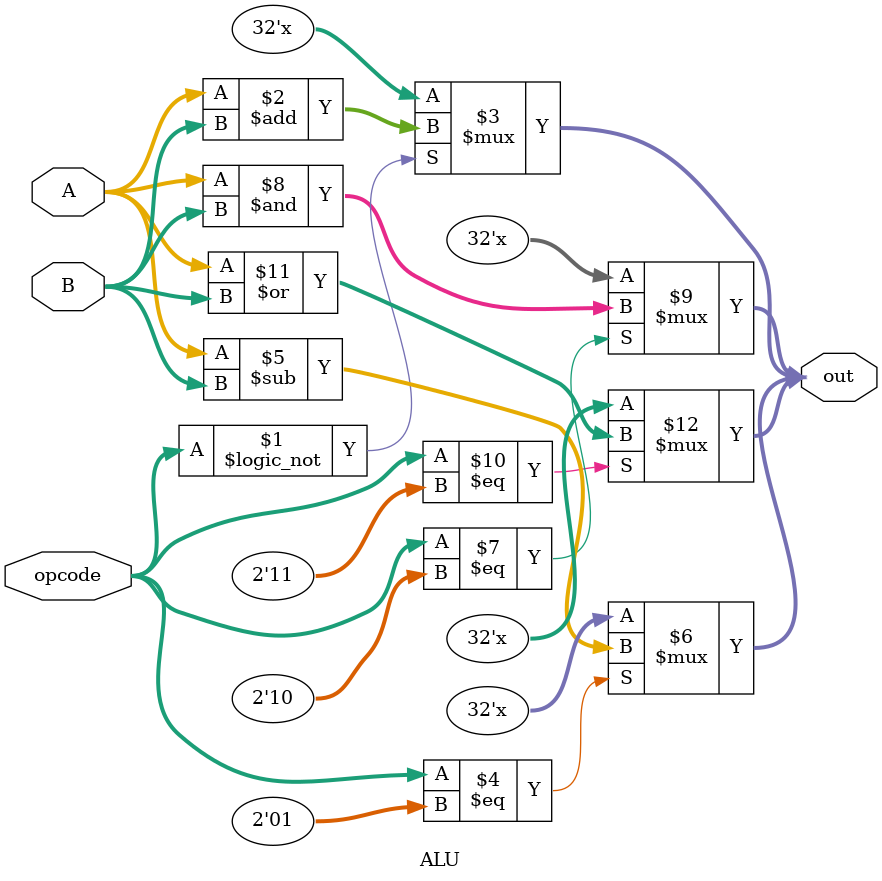
<source format=v>
module ALU (
    input [31:0] A,
    input [31:0] B,
    input [1:0] opcode,
    output [31:0] out
);
    assign out[31:0] = (opcode == 2'b00) ? (A + B) : 32'bz;
    assign out[31:0] = (opcode == 2'b01) ? (A - B) : 32'bz;
    assign out[31:0] = (opcode == 2'b10) ? (A & B) : 32'bz;
    assign out[31:0] = (opcode == 2'b11) ? (A | B) : 32'bz;
endmodule
</source>
